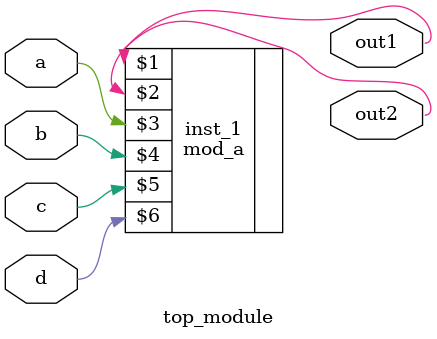
<source format=v>
module top_module ( 
    input a, 
    input b, 
    input c,
    input d,
    output out1,
    output out2
);

    mod_a inst_1(out1, out2, a, b, c, d);
    
endmodule


</source>
